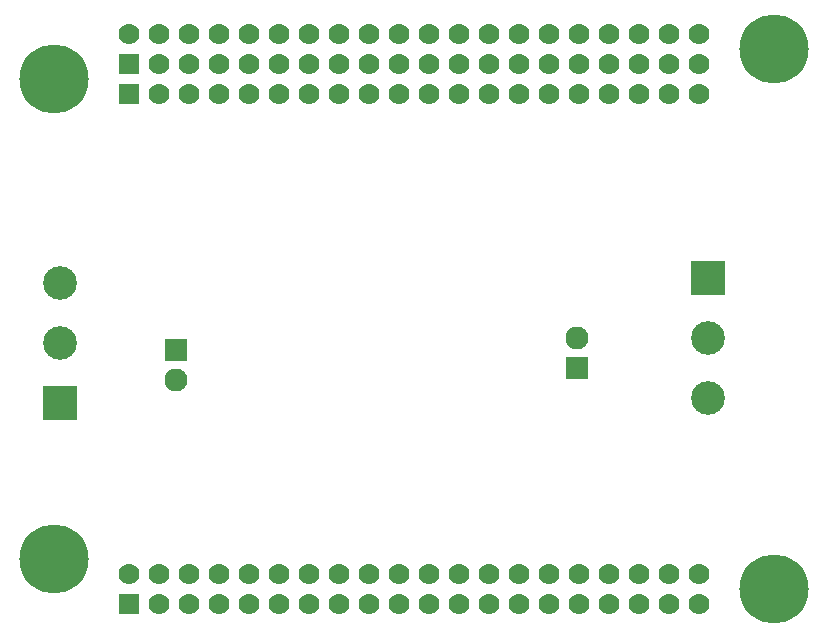
<source format=gbs>
G04 #@! TF.GenerationSoftware,KiCad,Pcbnew,(5.1.0)-1*
G04 #@! TF.CreationDate,2019-11-27T23:02:56+01:00*
G04 #@! TF.ProjectId,Canna,43616e6e-612e-46b6-9963-61645f706362,1*
G04 #@! TF.SameCoordinates,Original*
G04 #@! TF.FileFunction,Soldermask,Bot*
G04 #@! TF.FilePolarity,Negative*
%FSLAX46Y46*%
G04 Gerber Fmt 4.6, Leading zero omitted, Abs format (unit mm)*
G04 Created by KiCad (PCBNEW (5.1.0)-1) date 2019-11-27 23:02:56*
%MOMM*%
%LPD*%
G04 APERTURE LIST*
%ADD10R,1.778000X1.778000*%
%ADD11C,1.778000*%
%ADD12C,5.854000*%
%ADD13C,0.854000*%
%ADD14R,2.854000X2.854000*%
%ADD15C,2.854000*%
%ADD16R,1.954000X1.954000*%
%ADD17O,1.954000X1.954000*%
G04 APERTURE END LIST*
D10*
X121920000Y-76200000D03*
D11*
X124460000Y-76200000D03*
X127000000Y-76200000D03*
X129540000Y-76200000D03*
X132080000Y-76200000D03*
X134620000Y-76200000D03*
X137160000Y-76200000D03*
X139700000Y-76200000D03*
X142240000Y-76200000D03*
X144780000Y-76200000D03*
X147320000Y-76200000D03*
X149860000Y-76200000D03*
X152400000Y-76200000D03*
X154940000Y-76200000D03*
X157480000Y-76200000D03*
X160020000Y-76200000D03*
X162560000Y-76200000D03*
X165100000Y-76200000D03*
X167640000Y-76200000D03*
X170180000Y-76200000D03*
D10*
X121920000Y-119380000D03*
D11*
X121920000Y-116840000D03*
X124460000Y-119380000D03*
X124460000Y-116840000D03*
X127000000Y-119380000D03*
X127000000Y-116840000D03*
X129540000Y-119380000D03*
X129540000Y-116840000D03*
X132080000Y-119380000D03*
X132080000Y-116840000D03*
X134620000Y-119380000D03*
X134620000Y-116840000D03*
X137160000Y-119380000D03*
X137160000Y-116840000D03*
X139700000Y-119380000D03*
X139700000Y-116840000D03*
X142240000Y-119380000D03*
X142240000Y-116840000D03*
X144780000Y-119380000D03*
X144780000Y-116840000D03*
X147320000Y-119380000D03*
X147320000Y-116840000D03*
X149860000Y-119380000D03*
X149860000Y-116840000D03*
X152400000Y-119380000D03*
X152400000Y-116840000D03*
X154940000Y-119380000D03*
X154940000Y-116840000D03*
X157480000Y-119380000D03*
X157480000Y-116840000D03*
X160020000Y-119380000D03*
X160020000Y-116840000D03*
X162560000Y-119380000D03*
X162560000Y-116840000D03*
X165100000Y-119380000D03*
X165100000Y-116840000D03*
X167640000Y-119380000D03*
X167640000Y-116840000D03*
X170180000Y-119380000D03*
X170180000Y-116840000D03*
D10*
X121920000Y-73660000D03*
D11*
X121920000Y-71120000D03*
X124460000Y-73660000D03*
X124460000Y-71120000D03*
X127000000Y-73660000D03*
X127000000Y-71120000D03*
X129540000Y-73660000D03*
X129540000Y-71120000D03*
X132080000Y-73660000D03*
X132080000Y-71120000D03*
X134620000Y-73660000D03*
X134620000Y-71120000D03*
X137160000Y-73660000D03*
X137160000Y-71120000D03*
X139700000Y-73660000D03*
X139700000Y-71120000D03*
X142240000Y-73660000D03*
X142240000Y-71120000D03*
X144780000Y-73660000D03*
X144780000Y-71120000D03*
X147320000Y-73660000D03*
X147320000Y-71120000D03*
X149860000Y-73660000D03*
X149860000Y-71120000D03*
X152400000Y-73660000D03*
X152400000Y-71120000D03*
X154940000Y-73660000D03*
X154940000Y-71120000D03*
X157480000Y-73660000D03*
X157480000Y-71120000D03*
X160020000Y-73660000D03*
X160020000Y-71120000D03*
X162560000Y-73660000D03*
X162560000Y-71120000D03*
X165100000Y-73660000D03*
X165100000Y-71120000D03*
X167640000Y-73660000D03*
X167640000Y-71120000D03*
X170180000Y-73660000D03*
X170180000Y-71120000D03*
D12*
X115570000Y-74930000D03*
D13*
X115570000Y-72730000D03*
X113370000Y-74930000D03*
X115570000Y-77130000D03*
X117770000Y-74930000D03*
X117120000Y-73380000D03*
X114020000Y-73380000D03*
X114020000Y-76480000D03*
X117120000Y-76480000D03*
D12*
X115570000Y-115570000D03*
D13*
X115570000Y-113370000D03*
X113370000Y-115570000D03*
X115570000Y-117770000D03*
X117770000Y-115570000D03*
X117120000Y-114020000D03*
X114020000Y-114020000D03*
X114020000Y-117120000D03*
X117120000Y-117120000D03*
D12*
X176530000Y-118110000D03*
D13*
X176530000Y-115910000D03*
X174330000Y-118110000D03*
X176530000Y-120310000D03*
X178730000Y-118110000D03*
X178080000Y-116560000D03*
X174980000Y-116560000D03*
X174980000Y-119660000D03*
X178080000Y-119660000D03*
D12*
X176530000Y-72390000D03*
D13*
X176530000Y-70190000D03*
X174330000Y-72390000D03*
X176530000Y-74590000D03*
X178730000Y-72390000D03*
X178080000Y-70840000D03*
X174980000Y-70840000D03*
X174980000Y-73940000D03*
X178080000Y-73940000D03*
D14*
X116050000Y-102350000D03*
D15*
X116050000Y-97270000D03*
X116050000Y-92190000D03*
X170930000Y-101890000D03*
X170930000Y-96810000D03*
D14*
X170930000Y-91730000D03*
D16*
X125900000Y-97870000D03*
D17*
X125900000Y-100410000D03*
X159810000Y-96830000D03*
D16*
X159810000Y-99370000D03*
M02*

</source>
